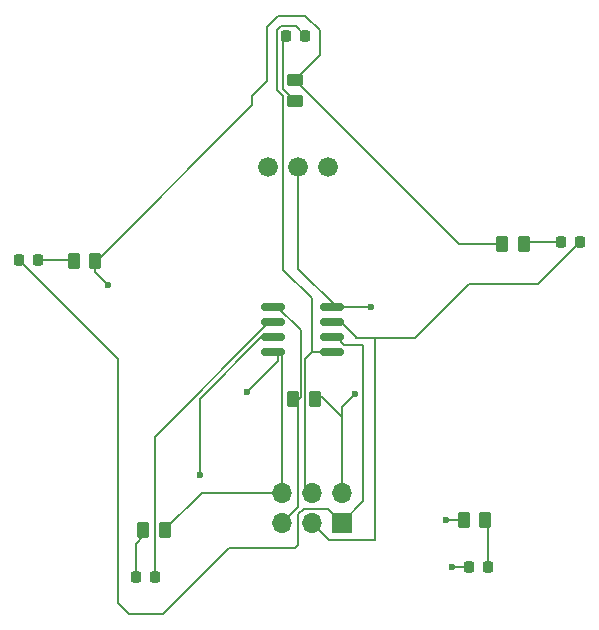
<source format=gbr>
%TF.GenerationSoftware,KiCad,Pcbnew,7.0.5-0*%
%TF.CreationDate,2024-04-01T07:30:38-07:00*%
%TF.ProjectId,StarNecklace,53746172-4e65-4636-9b6c-6163652e6b69,1*%
%TF.SameCoordinates,Original*%
%TF.FileFunction,Copper,L1,Top*%
%TF.FilePolarity,Positive*%
%FSLAX46Y46*%
G04 Gerber Fmt 4.6, Leading zero omitted, Abs format (unit mm)*
G04 Created by KiCad (PCBNEW 7.0.5-0) date 2024-04-01 07:30:38*
%MOMM*%
%LPD*%
G01*
G04 APERTURE LIST*
G04 Aperture macros list*
%AMRoundRect*
0 Rectangle with rounded corners*
0 $1 Rounding radius*
0 $2 $3 $4 $5 $6 $7 $8 $9 X,Y pos of 4 corners*
0 Add a 4 corners polygon primitive as box body*
4,1,4,$2,$3,$4,$5,$6,$7,$8,$9,$2,$3,0*
0 Add four circle primitives for the rounded corners*
1,1,$1+$1,$2,$3*
1,1,$1+$1,$4,$5*
1,1,$1+$1,$6,$7*
1,1,$1+$1,$8,$9*
0 Add four rect primitives between the rounded corners*
20,1,$1+$1,$2,$3,$4,$5,0*
20,1,$1+$1,$4,$5,$6,$7,0*
20,1,$1+$1,$6,$7,$8,$9,0*
20,1,$1+$1,$8,$9,$2,$3,0*%
G04 Aperture macros list end*
%TA.AperFunction,SMDPad,CuDef*%
%ADD10RoundRect,0.218750X0.218750X0.256250X-0.218750X0.256250X-0.218750X-0.256250X0.218750X-0.256250X0*%
%TD*%
%TA.AperFunction,SMDPad,CuDef*%
%ADD11RoundRect,0.250000X0.262500X0.450000X-0.262500X0.450000X-0.262500X-0.450000X0.262500X-0.450000X0*%
%TD*%
%TA.AperFunction,SMDPad,CuDef*%
%ADD12RoundRect,0.218750X-0.218750X-0.256250X0.218750X-0.256250X0.218750X0.256250X-0.218750X0.256250X0*%
%TD*%
%TA.AperFunction,SMDPad,CuDef*%
%ADD13RoundRect,0.150000X-0.825000X-0.150000X0.825000X-0.150000X0.825000X0.150000X-0.825000X0.150000X0*%
%TD*%
%TA.AperFunction,SMDPad,CuDef*%
%ADD14RoundRect,0.250000X-0.262500X-0.450000X0.262500X-0.450000X0.262500X0.450000X-0.262500X0.450000X0*%
%TD*%
%TA.AperFunction,SMDPad,CuDef*%
%ADD15RoundRect,0.250000X0.450000X-0.262500X0.450000X0.262500X-0.450000X0.262500X-0.450000X-0.262500X0*%
%TD*%
%TA.AperFunction,ComponentPad*%
%ADD16R,1.700000X1.700000*%
%TD*%
%TA.AperFunction,ComponentPad*%
%ADD17O,1.700000X1.700000*%
%TD*%
%TA.AperFunction,ComponentPad*%
%ADD18C,1.676400*%
%TD*%
%TA.AperFunction,ViaPad*%
%ADD19C,0.600000*%
%TD*%
%TA.AperFunction,Conductor*%
%ADD20C,0.200000*%
%TD*%
G04 APERTURE END LIST*
D10*
%TO.P,D5,1,K*%
%TO.N,Net-(D5-K)*%
X113269500Y-84633800D03*
%TO.P,D5,2,A*%
%TO.N,PB4*%
X111694500Y-84633800D03*
%TD*%
D11*
%TO.P,R5,1*%
%TO.N,Net-(D5-K)*%
X113040800Y-80671400D03*
%TO.P,R5,2*%
%TO.N,GNDREF*%
X111215800Y-80671400D03*
%TD*%
D10*
%TO.P,D2,1,K*%
%TO.N,Net-(D2-K)*%
X75169500Y-58624200D03*
%TO.P,D2,2,A*%
%TO.N,MISO*%
X73594500Y-58624200D03*
%TD*%
D12*
%TO.P,D3,1,K*%
%TO.N,Net-(D3-K)*%
X119441400Y-57100200D03*
%TO.P,D3,2,A*%
%TO.N,SCK*%
X121016400Y-57100200D03*
%TD*%
D11*
%TO.P,R3,1*%
%TO.N,Net-(D3-K)*%
X116290100Y-57252600D03*
%TO.P,R3,2*%
%TO.N,GNDREF*%
X114465100Y-57252600D03*
%TD*%
D12*
%TO.P,D4,1,K*%
%TO.N,Net-(D4-K)*%
X83462500Y-85500000D03*
%TO.P,D4,2,A*%
%TO.N,PB3*%
X85037500Y-85500000D03*
%TD*%
D13*
%TO.P,U1,1,~{RESET}/PB5*%
%TO.N,RST*%
X95100000Y-62620000D03*
%TO.P,U1,2,PB3*%
%TO.N,PB3*%
X95100000Y-63890000D03*
%TO.P,U1,3,PB4*%
%TO.N,PB4*%
X95100000Y-65160000D03*
%TO.P,U1,4,GND*%
%TO.N,GNDREF*%
X95100000Y-66430000D03*
%TO.P,U1,5,PB0*%
%TO.N,MOSI*%
X100050000Y-66430000D03*
%TO.P,U1,6,PB1*%
%TO.N,MISO*%
X100050000Y-65160000D03*
%TO.P,U1,7,PB2*%
%TO.N,SCK*%
X100050000Y-63890000D03*
%TO.P,U1,8,VCC*%
%TO.N,VCC*%
X100050000Y-62620000D03*
%TD*%
D11*
%TO.P,R6,1*%
%TO.N,VCC*%
X98612500Y-70350000D03*
%TO.P,R6,2*%
%TO.N,RST*%
X96787500Y-70350000D03*
%TD*%
D14*
%TO.P,R2,1*%
%TO.N,Net-(D2-K)*%
X78195800Y-58675000D03*
%TO.P,R2,2*%
%TO.N,GNDREF*%
X80020800Y-58675000D03*
%TD*%
D15*
%TO.P,R1,1*%
%TO.N,Net-(D1-K)*%
X96940656Y-45181958D03*
%TO.P,R1,2*%
%TO.N,GNDREF*%
X96940656Y-43356958D03*
%TD*%
D12*
%TO.P,D1,1,K*%
%TO.N,Net-(D1-K)*%
X96175000Y-39625000D03*
%TO.P,D1,2,A*%
%TO.N,MOSI*%
X97750000Y-39625000D03*
%TD*%
D14*
%TO.P,R4,1*%
%TO.N,Net-(D4-K)*%
X84087500Y-81500000D03*
%TO.P,R4,2*%
%TO.N,GNDREF*%
X85912500Y-81500000D03*
%TD*%
D16*
%TO.P,J1,1,Pin_1*%
%TO.N,MISO*%
X100900000Y-80850000D03*
D17*
%TO.P,J1,2,Pin_2*%
%TO.N,VCC*%
X100900000Y-78310000D03*
%TO.P,J1,3,Pin_3*%
%TO.N,SCK*%
X98360000Y-80850000D03*
%TO.P,J1,4,Pin_4*%
%TO.N,MOSI*%
X98360000Y-78310000D03*
%TO.P,J1,5,Pin_5*%
%TO.N,RST*%
X95820000Y-80850000D03*
%TO.P,J1,6,Pin_6*%
%TO.N,GNDREF*%
X95820000Y-78310000D03*
%TD*%
D18*
%TO.P,SW1,1,A*%
%TO.N,unconnected-(SW1-A-Pad1)*%
X99734656Y-50771858D03*
%TO.P,SW1,2,B*%
%TO.N,VCC*%
X97194656Y-50771858D03*
%TO.P,SW1,3,C*%
%TO.N,Net-(BAT1-+)*%
X94654656Y-50771858D03*
%TD*%
D19*
%TO.N,GNDREF*%
X81075000Y-60700000D03*
X92825000Y-69825000D03*
X81075000Y-60700000D03*
X109700000Y-80675000D03*
%TO.N,VCC*%
X102000000Y-69950000D03*
X103337400Y-62637400D03*
%TO.N,PB4*%
X88850000Y-76850000D03*
X110250000Y-84650000D03*
%TD*%
D20*
%TO.N,PB4*%
X88850000Y-76850000D02*
X88850000Y-70364290D01*
X88850000Y-70364290D02*
X94054290Y-65160000D01*
X94054290Y-65160000D02*
X95100000Y-65160000D01*
X94036890Y-65177400D02*
X95492400Y-65177400D01*
%TO.N,Net-(D1-K)*%
X95940656Y-44181958D02*
X96940656Y-45181958D01*
X96175000Y-39625000D02*
X95940656Y-39859344D01*
X95940656Y-39859344D02*
X95940656Y-44181958D01*
%TO.N,GNDREF*%
X99006143Y-39181143D02*
X97750000Y-37925000D01*
X111215800Y-80671400D02*
X109703600Y-80671400D01*
X89015000Y-78310000D02*
X95820000Y-78310000D01*
X95492400Y-67157600D02*
X95492400Y-66447400D01*
X114465100Y-57252600D02*
X110836298Y-57252600D01*
X99000000Y-40400000D02*
X99006143Y-40393857D01*
X94550000Y-43450000D02*
X93300000Y-44700000D01*
X85912500Y-82000000D02*
X86080931Y-81831569D01*
X99006143Y-40393857D02*
X99006143Y-39181143D01*
X92825000Y-69825000D02*
X95492400Y-67157600D01*
X94550000Y-38900000D02*
X94550000Y-43450000D01*
X95820000Y-66775000D02*
X95492400Y-66447400D01*
X99000000Y-41297614D02*
X99000000Y-40400000D01*
X93300000Y-45494729D02*
X80119729Y-58675000D01*
X85862800Y-81462200D02*
X89015000Y-78310000D01*
X80020800Y-58675000D02*
X80020800Y-59645800D01*
X110836298Y-57252600D02*
X96940656Y-43356958D01*
X93300000Y-44700000D02*
X93300000Y-45494729D01*
X96940656Y-43356958D02*
X99000000Y-41297614D01*
X80020800Y-59645800D02*
X81075000Y-60700000D01*
X80119729Y-58675000D02*
X80020800Y-58675000D01*
X95820000Y-78310000D02*
X95820000Y-66775000D01*
X109703600Y-80671400D02*
X109700000Y-80675000D01*
X95525000Y-37925000D02*
X94550000Y-38900000D01*
X97750000Y-37925000D02*
X95525000Y-37925000D01*
%TO.N,Net-(D2-K)*%
X78145000Y-58624200D02*
X78195800Y-58675000D01*
X75169500Y-58624200D02*
X78145000Y-58624200D01*
%TO.N,Net-(D3-K)*%
X116442500Y-57100200D02*
X116290100Y-57252600D01*
X119441400Y-57100200D02*
X116442500Y-57100200D01*
%TO.N,Net-(D4-K)*%
X83462500Y-82625000D02*
X83462500Y-85500000D01*
X84087500Y-82000000D02*
X83462500Y-82625000D01*
%TO.N,Net-(D5-K)*%
X113040800Y-80671400D02*
X113269500Y-80900100D01*
X113269500Y-80900100D02*
X113269500Y-84633800D01*
%TO.N,VCC*%
X100101004Y-62637400D02*
X100442400Y-62637400D01*
X102000000Y-69950000D02*
X100900000Y-71050000D01*
X97194656Y-59389656D02*
X100442400Y-62637400D01*
X97194656Y-50771858D02*
X97194656Y-59389656D01*
X99212500Y-70250000D02*
X100900000Y-71937500D01*
X99212500Y-70250000D02*
X99167400Y-70204900D01*
X100442400Y-62637400D02*
X103337400Y-62637400D01*
X100900000Y-71937500D02*
X100900000Y-78310000D01*
X100900000Y-71050000D02*
X100900000Y-71937500D01*
%TO.N,RST*%
X96787500Y-70350000D02*
X97290000Y-70350000D01*
X97175000Y-70737500D02*
X96787500Y-70350000D01*
X95441396Y-62620000D02*
X95100000Y-62620000D01*
X97290000Y-70350000D02*
X97400000Y-70240000D01*
X95820000Y-80850000D02*
X97175000Y-79495000D01*
X97175000Y-79495000D02*
X97175000Y-70737500D01*
X97400000Y-64578604D02*
X95441396Y-62620000D01*
X97400000Y-70240000D02*
X97400000Y-64578604D01*
%TO.N,PB3*%
X94741204Y-63907400D02*
X95492400Y-63907400D01*
X85037500Y-73611104D02*
X94741204Y-63907400D01*
X85037500Y-85250000D02*
X85037500Y-73611104D01*
%TO.N,PB4*%
X111694500Y-84633800D02*
X110266200Y-84633800D01*
X110233800Y-84633800D02*
X110216200Y-84633800D01*
X110216200Y-84633800D02*
X110200000Y-84650000D01*
X110250000Y-84650000D02*
X110233800Y-84633800D01*
X110266200Y-84633800D02*
X110250000Y-84650000D01*
%TO.N,MOSI*%
X97750000Y-39625000D02*
X96975000Y-38850000D01*
X95437500Y-39153877D02*
X95437500Y-44244488D01*
X97800000Y-77750000D02*
X97800000Y-67010000D01*
X100101004Y-66447400D02*
X100098404Y-66450000D01*
X96975000Y-38850000D02*
X95741377Y-38850000D01*
X98360000Y-61860000D02*
X98360000Y-66450000D01*
X97800000Y-67010000D02*
X98360000Y-66450000D01*
X100098404Y-66450000D02*
X98360000Y-66450000D01*
X95940656Y-44747644D02*
X95940656Y-59440656D01*
X98360000Y-78310000D02*
X97800000Y-77750000D01*
X95437500Y-44244488D02*
X95940656Y-44747644D01*
X95741377Y-38850000D02*
X95437500Y-39153877D01*
X95940656Y-59440656D02*
X98360000Y-61860000D01*
X100442400Y-66447400D02*
X100101004Y-66447400D01*
%TO.N,MISO*%
X97210000Y-82715000D02*
X97210000Y-80165000D01*
X82850000Y-88575000D02*
X85720475Y-88575000D01*
X91295475Y-83000000D02*
X96925000Y-83000000D01*
X101065000Y-65800000D02*
X100442400Y-65177400D01*
X102725000Y-79025000D02*
X102725000Y-65800000D01*
X81950000Y-87675000D02*
X82850000Y-88575000D01*
X81950000Y-66979700D02*
X81950000Y-87675000D01*
X99750000Y-79700000D02*
X100900000Y-80850000D01*
X85720475Y-88575000D02*
X91295475Y-83000000D01*
X97675000Y-79700000D02*
X99750000Y-79700000D01*
X100900000Y-80850000D02*
X102725000Y-79025000D01*
X96925000Y-83000000D02*
X97210000Y-82715000D01*
X102725000Y-65800000D02*
X101065000Y-65800000D01*
X97210000Y-80165000D02*
X97675000Y-79700000D01*
X73594500Y-58624200D02*
X81950000Y-66979700D01*
%TO.N,SCK*%
X102050000Y-65200000D02*
X103700000Y-65200000D01*
X100783796Y-63907400D02*
X102050000Y-65173604D01*
X103700000Y-65200000D02*
X107125000Y-65200000D01*
X111675000Y-60650000D02*
X117466600Y-60650000D01*
X117466600Y-60650000D02*
X121016400Y-57100200D01*
X100442400Y-63907400D02*
X100783796Y-63907400D01*
X107125000Y-65200000D02*
X111675000Y-60650000D01*
X99810000Y-82300000D02*
X103700000Y-82300000D01*
X102050000Y-65173604D02*
X102050000Y-65200000D01*
X103700000Y-82300000D02*
X103700000Y-65200000D01*
X98360000Y-80850000D02*
X99810000Y-82300000D01*
%TD*%
M02*

</source>
